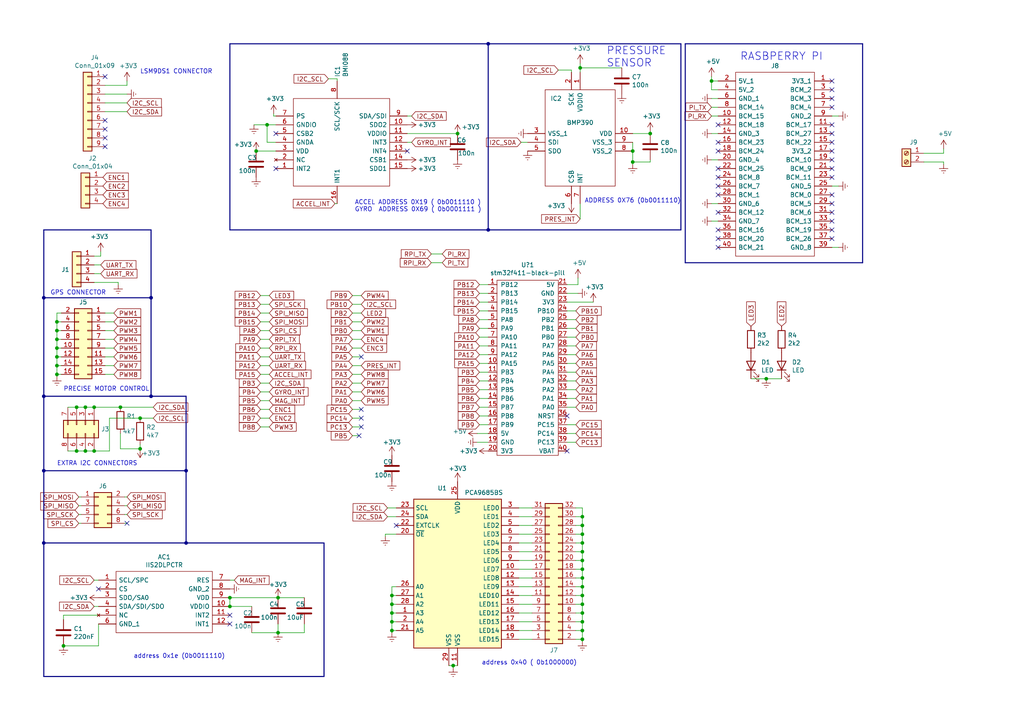
<source format=kicad_sch>
(kicad_sch (version 20211123) (generator eeschema)
  (paper "A4")
  (junction (at 131.445 193.04))
  (junction (at 168.91 165.1))
  (junction (at 16.51 108.585))
  (junction (at 27.305 118.11))
  (junction (at 168.91 180.34))
  (junction (at 168.91 162.56))
  (junction (at 113.665 182.88))
  (junction (at 18.415 187.325))
  (junction (at 16.51 100.965))
  (junction (at 24.765 130.81))
  (junction (at 80.645 183.515))
  (junction (at 74.295 43.815))
  (junction (at 66.675 173.355))
  (junction (at 16.51 93.345))
  (junction (at 168.91 154.94))
  (junction (at 222.25 109.855))
  (junction (at 113.665 180.34))
  (junction (at 53.975 136.525))
  (junction (at 12.7 114.935))
  (junction (at 16.51 98.425))
  (junction (at 27.305 130.81))
  (junction (at 40.64 121.285))
  (junction (at 141.605 12.7))
  (junction (at 80.645 173.355))
  (junction (at 77.47 36.195))
  (junction (at 113.665 175.26))
  (junction (at 43.815 114.935))
  (junction (at 22.225 118.11))
  (junction (at 168.91 167.64))
  (junction (at 22.225 130.81))
  (junction (at 168.91 170.18))
  (junction (at 141.605 66.675))
  (junction (at 113.665 172.72))
  (junction (at 16.51 106.045))
  (junction (at 43.815 86.36))
  (junction (at 183.515 43.815))
  (junction (at 53.975 157.48))
  (junction (at 132.715 38.735))
  (junction (at 40.64 130.175))
  (junction (at 12.7 86.36))
  (junction (at 66.675 175.895))
  (junction (at 16.51 103.505))
  (junction (at 168.91 160.02))
  (junction (at 183.515 46.99))
  (junction (at 16.51 95.885))
  (junction (at 113.665 177.8))
  (junction (at 168.91 157.48))
  (junction (at 168.275 19.685))
  (junction (at 12.7 136.525))
  (junction (at 168.91 182.88))
  (junction (at 168.91 175.26))
  (junction (at 168.91 172.72))
  (junction (at 24.765 118.11))
  (junction (at 34.925 118.11))
  (junction (at 168.91 177.8))
  (junction (at 206.375 23.495))
  (junction (at 188.595 38.735))
  (junction (at 12.7 157.48))
  (junction (at 168.91 149.86))
  (junction (at 168.91 152.4))
  (junction (at 168.91 185.42))
  (no_connect (at 104.14 126.365))
  (no_connect (at 164.465 120.65))
  (no_connect (at 241.3 43.815))
  (no_connect (at 208.28 48.895))
  (no_connect (at 241.3 38.735))
  (no_connect (at 208.28 71.755))
  (no_connect (at 208.28 53.975))
  (no_connect (at 208.28 43.815))
  (no_connect (at 164.465 130.81))
  (no_connect (at 241.3 41.275))
  (no_connect (at 208.28 51.435))
  (no_connect (at 241.3 59.055))
  (no_connect (at 208.28 36.195))
  (no_connect (at 30.48 34.925))
  (no_connect (at 66.675 178.435))
  (no_connect (at 80.01 48.895))
  (no_connect (at 28.575 170.815))
  (no_connect (at 208.28 41.275))
  (no_connect (at 80.01 38.735))
  (no_connect (at 241.3 36.195))
  (no_connect (at 241.3 64.135))
  (no_connect (at 241.3 56.515))
  (no_connect (at 104.775 121.285))
  (no_connect (at 208.28 69.215))
  (no_connect (at 104.775 103.505))
  (no_connect (at 241.3 66.675))
  (no_connect (at 208.28 66.675))
  (no_connect (at 66.675 180.975))
  (no_connect (at 118.11 43.815))
  (no_connect (at 241.3 23.495))
  (no_connect (at 241.3 69.215))
  (no_connect (at 241.3 46.355))
  (no_connect (at 104.775 118.745))
  (no_connect (at 241.3 51.435))
  (no_connect (at 36.83 151.765))
  (no_connect (at 30.48 37.465))
  (no_connect (at 30.48 22.225))
  (no_connect (at 104.775 123.825))
  (no_connect (at 208.28 61.595))
  (no_connect (at 241.3 26.035))
  (no_connect (at 114.935 152.4))
  (no_connect (at 30.48 42.545))
  (no_connect (at 241.3 61.595))
  (no_connect (at 208.28 56.515))
  (no_connect (at 30.48 40.005))
  (no_connect (at 241.3 31.115))
  (no_connect (at 241.3 48.895))
  (no_connect (at 241.3 28.575))
  (bus (pts (xy 141.605 12.7) (xy 141.605 66.675)))
  (wire (pts (xy 27.305 76.835) (xy 29.21 76.835)))
  (wire (pts (xy 104.775 113.665) (xy 102.235 113.665)))
  (wire (pts (xy 168.91 167.64) (xy 168.91 165.1)))
  (wire (pts (xy 138.43 125.73) (xy 141.605 125.73)))
  (wire (pts (xy 208.28 38.735) (xy 206.375 38.735)))
  (wire (pts (xy 167.005 102.87) (xy 164.465 102.87)))
  (wire (pts (xy 104.775 88.265) (xy 102.235 88.265)))
  (wire (pts (xy 150.495 170.18) (xy 154.305 170.18)))
  (wire (pts (xy 97.79 22.86) (xy 95.25 22.86)))
  (wire (pts (xy 80.01 33.655) (xy 79.375 33.655)))
  (wire (pts (xy 141.605 82.55) (xy 139.065 82.55)))
  (wire (pts (xy 150.495 149.86) (xy 154.305 149.86)))
  (wire (pts (xy 141.605 120.65) (xy 139.065 120.65)))
  (wire (pts (xy 36.83 29.845) (xy 30.48 29.845)))
  (wire (pts (xy 154.305 152.4) (xy 150.495 152.4)))
  (wire (pts (xy 40.64 130.175) (xy 40.64 128.905)))
  (wire (pts (xy 150.495 172.72) (xy 154.305 172.72)))
  (wire (pts (xy 104.775 85.725) (xy 102.235 85.725)))
  (wire (pts (xy 168.91 152.4) (xy 168.91 154.94)))
  (wire (pts (xy 208.28 46.355) (xy 206.375 46.355)))
  (wire (pts (xy 78.105 95.885) (xy 75.565 95.885)))
  (wire (pts (xy 36.83 151.765) (xy 36.195 151.765)))
  (wire (pts (xy 167.005 128.27) (xy 164.465 128.27)))
  (wire (pts (xy 19.685 130.81) (xy 22.225 130.81)))
  (wire (pts (xy 128.27 73.66) (xy 125.095 73.66)))
  (wire (pts (xy 27.305 79.375) (xy 29.21 79.375)))
  (wire (pts (xy 33.02 93.345) (xy 30.48 93.345)))
  (wire (pts (xy 141.605 115.57) (xy 139.065 115.57)))
  (wire (pts (xy 168.91 172.72) (xy 168.91 175.26)))
  (bus (pts (xy 141.605 12.7) (xy 197.485 12.7)))
  (bus (pts (xy 12.7 114.935) (xy 12.7 86.36)))
  (wire (pts (xy 167.005 90.17) (xy 164.465 90.17)))
  (wire (pts (xy 113.665 175.26) (xy 113.665 177.8)))
  (wire (pts (xy 66.675 175.895) (xy 73.025 175.895)))
  (wire (pts (xy 78.105 108.585) (xy 75.565 108.585)))
  (wire (pts (xy 78.105 93.345) (xy 75.565 93.345)))
  (wire (pts (xy 88.265 173.355) (xy 80.645 173.355)))
  (wire (pts (xy 168.91 154.94) (xy 168.91 157.48)))
  (wire (pts (xy 151.13 41.275) (xy 153.035 41.275)))
  (wire (pts (xy 167.005 157.48) (xy 168.91 157.48)))
  (bus (pts (xy 93.98 196.215) (xy 93.98 157.48)))
  (wire (pts (xy 102.235 126.365) (xy 104.14 126.365)))
  (wire (pts (xy 167.005 115.57) (xy 164.465 115.57)))
  (wire (pts (xy 150.495 185.42) (xy 154.305 185.42)))
  (wire (pts (xy 168.91 147.32) (xy 168.91 149.86)))
  (wire (pts (xy 113.665 180.34) (xy 113.665 182.88)))
  (wire (pts (xy 36.83 149.225) (xy 36.195 149.225)))
  (wire (pts (xy 27.305 74.295) (xy 29.21 74.295)))
  (wire (pts (xy 168.91 149.86) (xy 168.91 152.4)))
  (wire (pts (xy 18.415 178.435) (xy 18.415 179.705)))
  (wire (pts (xy 168.91 170.18) (xy 168.91 172.72)))
  (wire (pts (xy 222.25 109.855) (xy 217.805 109.855)))
  (wire (pts (xy 168.91 180.34) (xy 168.91 182.88)))
  (bus (pts (xy 12.7 66.675) (xy 43.815 66.675)))
  (wire (pts (xy 16.51 106.045) (xy 17.78 106.045)))
  (wire (pts (xy 97.79 59.055) (xy 97.155 59.055)))
  (wire (pts (xy 23.495 146.685) (xy 22.86 146.685)))
  (wire (pts (xy 168.91 185.42) (xy 167.005 185.42)))
  (wire (pts (xy 208.28 26.035) (xy 206.375 26.035)))
  (wire (pts (xy 33.02 103.505) (xy 30.48 103.505)))
  (wire (pts (xy 33.02 100.965) (xy 30.48 100.965)))
  (wire (pts (xy 150.495 154.94) (xy 154.305 154.94)))
  (wire (pts (xy 104.775 123.825) (xy 102.235 123.825)))
  (wire (pts (xy 138.43 128.27) (xy 141.605 128.27)))
  (wire (pts (xy 80.645 173.355) (xy 66.675 173.355)))
  (wire (pts (xy 132.715 193.04) (xy 131.445 193.04)))
  (wire (pts (xy 23.495 144.145) (xy 22.86 144.145)))
  (wire (pts (xy 16.51 93.345) (xy 17.78 93.345)))
  (wire (pts (xy 188.595 46.355) (xy 188.595 46.99)))
  (wire (pts (xy 118.11 38.735) (xy 132.715 38.735)))
  (wire (pts (xy 131.445 193.04) (xy 131.445 193.675)))
  (wire (pts (xy 154.305 160.02) (xy 150.495 160.02)))
  (wire (pts (xy 168.275 19.685) (xy 168.275 20.955)))
  (wire (pts (xy 22.225 118.11) (xy 24.765 118.11)))
  (wire (pts (xy 16.51 90.805) (xy 17.78 90.805)))
  (wire (pts (xy 33.02 90.805) (xy 30.48 90.805)))
  (wire (pts (xy 114.935 170.18) (xy 113.665 170.18)))
  (wire (pts (xy 36.83 146.685) (xy 36.195 146.685)))
  (wire (pts (xy 141.605 92.71) (xy 139.065 92.71)))
  (wire (pts (xy 168.91 165.1) (xy 167.005 165.1)))
  (wire (pts (xy 206.375 23.495) (xy 206.375 22.225)))
  (wire (pts (xy 141.605 110.49) (xy 139.065 110.49)))
  (wire (pts (xy 111.76 154.94) (xy 111.76 155.575)))
  (wire (pts (xy 78.105 88.265) (xy 75.565 88.265)))
  (wire (pts (xy 79.375 33.655) (xy 79.375 33.02)))
  (wire (pts (xy 102.235 111.125) (xy 104.775 111.125)))
  (wire (pts (xy 102.235 121.285) (xy 104.775 121.285)))
  (wire (pts (xy 88.265 183.515) (xy 80.645 183.515)))
  (wire (pts (xy 33.02 98.425) (xy 30.48 98.425)))
  (wire (pts (xy 188.595 38.735) (xy 188.595 38.1)))
  (bus (pts (xy 12.7 157.48) (xy 12.7 196.215)))
  (wire (pts (xy 188.595 38.735) (xy 183.515 38.735)))
  (wire (pts (xy 154.305 177.8) (xy 150.495 177.8)))
  (wire (pts (xy 16.51 93.345) (xy 16.51 90.805)))
  (wire (pts (xy 114.935 154.94) (xy 111.76 154.94)))
  (wire (pts (xy 150.495 157.48) (xy 154.305 157.48)))
  (wire (pts (xy 78.105 85.725) (xy 75.565 85.725)))
  (wire (pts (xy 29.21 74.295) (xy 29.21 73.025)))
  (wire (pts (xy 141.605 118.11) (xy 139.065 118.11)))
  (wire (pts (xy 167.005 123.19) (xy 164.465 123.19)))
  (wire (pts (xy 44.45 121.285) (xy 40.64 121.285)))
  (wire (pts (xy 168.275 19.685) (xy 180.34 19.685)))
  (wire (pts (xy 114.935 177.8) (xy 113.665 177.8)))
  (wire (pts (xy 241.3 71.755) (xy 243.205 71.755)))
  (wire (pts (xy 104.775 118.745) (xy 102.235 118.745)))
  (wire (pts (xy 167.005 170.18) (xy 168.91 170.18)))
  (wire (pts (xy 36.83 27.305) (xy 30.48 27.305)))
  (wire (pts (xy 80.645 180.975) (xy 80.645 183.515)))
  (wire (pts (xy 27.305 81.915) (xy 34.29 81.915)))
  (wire (pts (xy 28.575 178.435) (xy 18.415 178.435)))
  (wire (pts (xy 208.28 23.495) (xy 206.375 23.495)))
  (wire (pts (xy 128.27 76.2) (xy 125.095 76.2)))
  (wire (pts (xy 23.495 149.225) (xy 22.86 149.225)))
  (wire (pts (xy 188.595 46.99) (xy 183.515 46.99)))
  (wire (pts (xy 16.51 109.22) (xy 16.51 108.585)))
  (wire (pts (xy 78.105 103.505) (xy 75.565 103.505)))
  (wire (pts (xy 167.005 95.25) (xy 164.465 95.25)))
  (wire (pts (xy 150.495 180.34) (xy 154.305 180.34)))
  (wire (pts (xy 208.28 64.135) (xy 206.375 64.135)))
  (wire (pts (xy 67.945 168.275) (xy 66.675 168.275)))
  (bus (pts (xy 53.975 114.935) (xy 43.815 114.935)))
  (wire (pts (xy 33.02 106.045) (xy 30.48 106.045)))
  (wire (pts (xy 208.28 33.655) (xy 206.375 33.655)))
  (bus (pts (xy 12.7 86.36) (xy 43.815 86.36)))
  (wire (pts (xy 167.64 82.55) (xy 164.465 82.55)))
  (wire (pts (xy 141.605 105.41) (xy 139.065 105.41)))
  (bus (pts (xy 12.7 157.48) (xy 53.975 157.48)))
  (wire (pts (xy 167.005 172.72) (xy 168.91 172.72)))
  (wire (pts (xy 167.005 110.49) (xy 164.465 110.49)))
  (wire (pts (xy 167.005 100.33) (xy 164.465 100.33)))
  (wire (pts (xy 77.47 41.275) (xy 77.47 36.195)))
  (wire (pts (xy 104.775 98.425) (xy 102.235 98.425)))
  (wire (pts (xy 119.38 33.655) (xy 118.11 33.655)))
  (wire (pts (xy 141.605 123.19) (xy 139.065 123.19)))
  (wire (pts (xy 104.775 93.345) (xy 102.235 93.345)))
  (wire (pts (xy 16.51 108.585) (xy 16.51 106.045)))
  (wire (pts (xy 27.305 130.81) (xy 31.75 130.81)))
  (wire (pts (xy 36.83 144.145) (xy 36.195 144.145)))
  (wire (pts (xy 141.605 87.63) (xy 139.065 87.63)))
  (wire (pts (xy 75.565 111.125) (xy 78.105 111.125)))
  (wire (pts (xy 167.005 105.41) (xy 164.465 105.41)))
  (wire (pts (xy 167.005 182.88) (xy 168.91 182.88)))
  (wire (pts (xy 167.005 107.95) (xy 164.465 107.95)))
  (wire (pts (xy 34.925 125.73) (xy 34.925 130.175)))
  (wire (pts (xy 36.83 24.765) (xy 36.83 23.495)))
  (wire (pts (xy 77.47 36.195) (xy 80.01 36.195)))
  (wire (pts (xy 75.565 90.805) (xy 78.105 90.805)))
  (wire (pts (xy 168.275 59.055) (xy 168.275 63.5)))
  (wire (pts (xy 34.925 130.175) (xy 40.64 130.175)))
  (wire (pts (xy 34.925 118.11) (xy 44.45 118.11)))
  (wire (pts (xy 183.515 46.99) (xy 183.515 47.625)))
  (wire (pts (xy 104.775 108.585) (xy 102.235 108.585)))
  (bus (pts (xy 66.675 12.7) (xy 66.675 66.675)))
  (wire (pts (xy 167.005 175.26) (xy 168.91 175.26)))
  (wire (pts (xy 78.105 116.205) (xy 75.565 116.205)))
  (wire (pts (xy 167.005 177.8) (xy 168.91 177.8)))
  (wire (pts (xy 141.605 100.33) (xy 139.065 100.33)))
  (wire (pts (xy 16.51 95.885) (xy 16.51 93.345)))
  (wire (pts (xy 78.105 123.825) (xy 75.565 123.825)))
  (bus (pts (xy 53.975 157.48) (xy 53.975 136.525)))
  (wire (pts (xy 150.495 165.1) (xy 154.305 165.1)))
  (wire (pts (xy 16.51 98.425) (xy 16.51 95.885)))
  (wire (pts (xy 75.565 121.285) (xy 78.105 121.285)))
  (wire (pts (xy 34.29 81.915) (xy 34.29 82.55)))
  (wire (pts (xy 164.465 87.63) (xy 172.085 87.63)))
  (wire (pts (xy 154.305 182.88) (xy 150.495 182.88)))
  (wire (pts (xy 165.735 20.955) (xy 165.735 20.32)))
  (wire (pts (xy 28.575 180.975) (xy 28.575 187.325)))
  (bus (pts (xy 141.605 12.7) (xy 66.675 12.7)))
  (wire (pts (xy 33.02 108.585) (xy 30.48 108.585)))
  (wire (pts (xy 114.935 147.32) (xy 112.395 147.32)))
  (wire (pts (xy 27.305 118.11) (xy 34.925 118.11)))
  (wire (pts (xy 77.47 36.195) (xy 73.66 36.195)))
  (bus (pts (xy 43.815 86.36) (xy 43.815 114.935)))
  (wire (pts (xy 273.685 47.625) (xy 273.685 46.99)))
  (wire (pts (xy 168.275 18.415) (xy 168.275 19.685)))
  (wire (pts (xy 167.64 85.09) (xy 164.465 85.09)))
  (bus (pts (xy 43.815 86.36) (xy 43.815 66.675)))
  (wire (pts (xy 97.79 23.495) (xy 97.79 22.86)))
  (wire (pts (xy 104.775 103.505) (xy 102.235 103.505)))
  (wire (pts (xy 113.665 172.72) (xy 113.665 175.26)))
  (wire (pts (xy 131.445 193.04) (xy 130.175 193.04)))
  (wire (pts (xy 102.235 100.965) (xy 104.775 100.965)))
  (wire (pts (xy 104.775 106.045) (xy 102.235 106.045)))
  (wire (pts (xy 167.005 160.02) (xy 168.91 160.02)))
  (bus (pts (xy 66.675 66.675) (xy 141.605 66.675)))
  (wire (pts (xy 114.935 172.72) (xy 113.665 172.72)))
  (wire (pts (xy 226.695 109.855) (xy 222.25 109.855)))
  (wire (pts (xy 167.005 118.11) (xy 164.465 118.11)))
  (wire (pts (xy 168.91 177.8) (xy 168.91 180.34)))
  (bus (pts (xy 53.975 114.935) (xy 53.975 136.525)))
  (wire (pts (xy 141.605 85.09) (xy 139.065 85.09)))
  (wire (pts (xy 40.64 121.285) (xy 31.75 121.285)))
  (bus (pts (xy 198.755 12.7) (xy 198.755 76.2)))
  (wire (pts (xy 141.605 102.87) (xy 139.065 102.87)))
  (wire (pts (xy 104.775 116.205) (xy 102.235 116.205)))
  (wire (pts (xy 154.305 147.32) (xy 150.495 147.32)))
  (wire (pts (xy 273.685 46.99) (xy 267.97 46.99)))
  (wire (pts (xy 167.005 149.86) (xy 168.91 149.86)))
  (wire (pts (xy 16.51 98.425) (xy 17.78 98.425)))
  (wire (pts (xy 33.02 95.885) (xy 30.48 95.885)))
  (wire (pts (xy 31.75 121.285) (xy 31.75 130.81)))
  (wire (pts (xy 16.51 103.505) (xy 16.51 100.965)))
  (wire (pts (xy 168.91 186.055) (xy 168.91 185.42)))
  (wire (pts (xy 241.3 33.655) (xy 243.205 33.655)))
  (wire (pts (xy 183.515 43.815) (xy 183.515 46.99)))
  (wire (pts (xy 28.575 187.325) (xy 18.415 187.325)))
  (wire (pts (xy 167.005 180.34) (xy 168.91 180.34)))
  (wire (pts (xy 22.225 118.11) (xy 19.685 118.11)))
  (wire (pts (xy 78.105 106.045) (xy 75.565 106.045)))
  (wire (pts (xy 80.01 41.275) (xy 77.47 41.275)))
  (wire (pts (xy 28.575 175.895) (xy 27.305 175.895)))
  (wire (pts (xy 165.735 20.32) (xy 161.925 20.32)))
  (wire (pts (xy 36.83 32.385) (xy 30.48 32.385)))
  (wire (pts (xy 27.305 118.11) (xy 24.765 118.11)))
  (wire (pts (xy 168.91 162.56) (xy 167.005 162.56)))
  (wire (pts (xy 102.235 90.805) (xy 104.775 90.805)))
  (wire (pts (xy 167.005 154.94) (xy 168.91 154.94)))
  (wire (pts (xy 104.775 95.885) (xy 102.235 95.885)))
  (wire (pts (xy 141.605 95.25) (xy 139.065 95.25)))
  (bus (pts (xy 93.98 157.48) (xy 53.975 157.48)))
  (wire (pts (xy 113.665 170.18) (xy 113.665 172.72)))
  (wire (pts (xy 17.78 103.505) (xy 16.51 103.505)))
  (wire (pts (xy 113.665 177.8) (xy 113.665 180.34)))
  (wire (pts (xy 168.91 167.64) (xy 168.91 170.18)))
  (wire (pts (xy 167.64 80.645) (xy 167.64 82.55)))
  (wire (pts (xy 66.675 175.895) (xy 66.675 173.355)))
  (wire (pts (xy 141.605 90.17) (xy 139.065 90.17)))
  (wire (pts (xy 78.105 113.665) (xy 75.565 113.665)))
  (bus (pts (xy 12.7 136.525) (xy 53.975 136.525)))
  (wire (pts (xy 167.005 92.71) (xy 164.465 92.71)))
  (wire (pts (xy 208.28 31.115) (xy 206.375 31.115)))
  (wire (pts (xy 75.565 100.965) (xy 78.105 100.965)))
  (wire (pts (xy 241.3 53.975) (xy 243.205 53.975)))
  (wire (pts (xy 273.685 44.45) (xy 267.97 44.45)))
  (wire (pts (xy 16.51 100.965) (xy 17.78 100.965)))
  (wire (pts (xy 23.495 151.765) (xy 22.86 151.765)))
  (wire (pts (xy 167.005 147.32) (xy 168.91 147.32)))
  (wire (pts (xy 183.515 41.275) (xy 183.515 43.815)))
  (bus (pts (xy 12.7 136.525) (xy 12.7 157.48)))
  (wire (pts (xy 168.91 165.1) (xy 168.91 162.56)))
  (bus (pts (xy 141.605 66.675) (xy 197.485 66.675)))
  (wire (pts (xy 80.01 43.815) (xy 74.295 43.815)))
  (wire (pts (xy 154.305 167.64) (xy 150.495 167.64)))
  (wire (pts (xy 119.38 41.275) (xy 118.11 41.275)))
  (wire (pts (xy 113.665 182.88) (xy 114.935 182.88)))
  (wire (pts (xy 167.005 125.73) (xy 164.465 125.73)))
  (wire (pts (xy 167.005 113.03) (xy 164.465 113.03)))
  (wire (pts (xy 167.005 97.79) (xy 164.465 97.79)))
  (wire (pts (xy 167.005 152.4) (xy 168.91 152.4)))
  (wire (pts (xy 168.91 175.26) (xy 168.91 177.8)))
  (bus (pts (xy 12.7 114.935) (xy 12.7 136.525)))
  (bus (pts (xy 198.755 76.2) (xy 250.19 76.2)))
  (wire (pts (xy 168.91 157.48) (xy 168.91 160.02)))
  (wire (pts (xy 141.605 113.03) (xy 139.065 113.03)))
  (wire (pts (xy 16.51 106.045) (xy 16.51 103.505)))
  (wire (pts (xy 88.265 180.975) (xy 88.265 183.515)))
  (wire (pts (xy 154.305 175.26) (xy 150.495 175.26)))
  (bus (pts (xy 197.485 12.7) (xy 197.485 66.675)))
  (wire (pts (xy 78.105 118.745) (xy 75.565 118.745)))
  (bus (pts (xy 198.755 12.7) (xy 250.19 12.7)))
  (wire (pts (xy 167.005 167.64) (xy 168.91 167.64)))
  (wire (pts (xy 16.51 100.965) (xy 16.51 98.425)))
  (wire (pts (xy 114.935 149.86) (xy 112.395 149.86)))
  (wire (pts (xy 141.605 107.95) (xy 139.065 107.95)))
  (wire (pts (xy 28.575 168.275) (xy 27.305 168.275)))
  (wire (pts (xy 78.105 98.425) (xy 75.565 98.425)))
  (wire (pts (xy 22.225 130.81) (xy 24.765 130.81)))
  (wire (pts (xy 16.51 95.885) (xy 17.78 95.885)))
  (bus (pts (xy 12.7 66.675) (xy 12.7 86.36)))
  (bus (pts (xy 43.815 114.935) (xy 12.7 114.935)))
  (wire (pts (xy 273.685 43.18) (xy 273.685 44.45)))
  (wire (pts (xy 168.91 160.02) (xy 168.91 162.56)))
  (wire (pts (xy 16.51 108.585) (xy 17.78 108.585)))
  (wire (pts (xy 24.765 130.81) (xy 27.305 130.81)))
  (wire (pts (xy 208.28 59.055) (xy 206.375 59.055)))
  (wire (pts (xy 114.935 175.26) (xy 113.665 175.26)))
  (bus (pts (xy 250.19 76.2) (xy 250.19 12.7)))
  (wire (pts (xy 80.645 183.515) (xy 73.025 183.515)))
  (bus (pts (xy 12.7 196.215) (xy 93.98 196.215)))
  (wire (pts (xy 208.28 28.575) (xy 206.375 28.575)))
  (wire (pts (xy 114.935 180.34) (xy 113.665 180.34)))
  (wire (pts (xy 168.91 182.88) (xy 168.91 185.42)))
  (wire (pts (xy 30.48 24.765) (xy 36.83 24.765)))
  (wire (pts (xy 113.665 182.88) (xy 113.665 183.515)))
  (wire (pts (xy 154.305 162.56) (xy 150.495 162.56)))
  (wire (pts (xy 206.375 26.035) (xy 206.375 23.495)))
  (wire (pts (xy 141.605 97.79) (xy 139.065 97.79)))
  (text "PRESSURE \nSENSOR" (at 175.895 19.685 0) (effects (font (size 2.2098 2.2098)) (justify left bottom)))
  (text "PRECISE MOTOR CONTROL" (at 18.415 113.665 0) (effects (font (size 1.27 1.27)) (justify left bottom)))
  (text "EXTRA I2C CONNECTORS" (at 16.51 135.255 0) (effects (font (size 1.27 1.27)) (justify left bottom)))
  (text "LSM9DS1 CONNECTOR" (at 40.64 21.59 0) (effects (font (size 1.27 1.27)) (justify left bottom)))
  (text "address 0x40 ( 0b1000000)" (at 139.7 193.04 0) (effects (font (size 1.27 1.27)) (justify left bottom)))
  (text "ADDRESS 0X76 (0b0011110)" (at 169.545 59.055 0) (effects (font (size 1.27 1.27)) (justify left bottom)))
  (text "RASBPERRY PI" (at 214.63 17.78 0) (effects (font (size 2.2098 2.2098)) (justify left bottom)))
  (text "address 0x1e (0b0011110)" (at 38.735 191.135 0) (effects (font (size 1.27 1.27)) (justify left bottom)))
  (text "ACCEL ADDRESS 0X19 ( 0b0011110 )\nGYRO  ADDRESS 0X69 ( 0b0001111 )" (at 102.87 61.595 0) (effects (font (size 1.27 1.27)) (justify left bottom)))
  (text "GPS CONNECTOR" (at 14.605 85.725 0) (effects (font (size 1.27 1.27)) (justify left bottom)))
  (global_label "ACCEL_INT" (shape input) (at 97.155 59.055 180) (property "Intersheet References" "${INTERSHEET_REFS}" (effects hide)))
  (global_label "PA9" (shape input) (at 139.065 95.25 180) (property "Intersheet References" "${INTERSHEET_REFS}" (effects hide)))
  (global_label "PWM8" (shape input) (at 33.02 108.585 0) (property "Intersheet References" "${INTERSHEET_REFS}" (effects hide)))
  (global_label "PA15" (shape input) (at 75.565 108.585 180) (property "Intersheet References" "${INTERSHEET_REFS}" (effects hide)))
  (global_label "RPI_RX" (shape input) (at 78.105 100.965 0) (property "Intersheet References" "${INTERSHEET_REFS}" (effects hide)))
  (global_label "PA5" (shape input) (at 102.235 103.505 180) (property "Intersheet References" "${INTERSHEET_REFS}" (effects hide)))
  (global_label "PRES_INT" (shape input) (at 104.775 106.045 0) (property "Intersheet References" "${INTERSHEET_REFS}" (effects hide)))
  (global_label "I2C_SCL" (shape input) (at 161.925 20.32 180) (property "Intersheet References" "${INTERSHEET_REFS}" (effects hide)))
  (global_label "UART_TX" (shape input) (at 78.105 103.505 0) (property "Intersheet References" "${INTERSHEET_REFS}" (effects hide)))
  (global_label "PWM3" (shape input) (at 78.105 123.825 0) (property "Intersheet References" "${INTERSHEET_REFS}" (effects hide)))
  (global_label "PB8" (shape input) (at 139.065 120.65 180) (property "Intersheet References" "${INTERSHEET_REFS}" (effects hide)))
  (global_label "PA2" (shape input) (at 102.235 111.125 180) (property "Intersheet References" "${INTERSHEET_REFS}" (effects hide)))
  (global_label "PA15" (shape input) (at 139.065 105.41 180) (property "Intersheet References" "${INTERSHEET_REFS}" (effects hide)))
  (global_label "PB15" (shape input) (at 139.065 90.17 180) (property "Intersheet References" "${INTERSHEET_REFS}" (effects hide)))
  (global_label "MAG_INT" (shape input) (at 78.105 116.205 0) (property "Intersheet References" "${INTERSHEET_REFS}" (effects hide)))
  (global_label "SPI_MISO" (shape input) (at 22.86 146.685 180) (property "Intersheet References" "${INTERSHEET_REFS}" (effects hide)))
  (global_label "PB12" (shape input) (at 75.565 85.725 180) (property "Intersheet References" "${INTERSHEET_REFS}" (effects hide)))
  (global_label "I2C_SCL" (shape input) (at 44.45 121.285 0) (property "Intersheet References" "${INTERSHEET_REFS}" (effects hide)))
  (global_label "PWM7" (shape input) (at 33.02 106.045 0) (property "Intersheet References" "${INTERSHEET_REFS}" (effects hide)))
  (global_label "ACCEL_INT" (shape input) (at 78.105 108.585 0) (property "Intersheet References" "${INTERSHEET_REFS}" (effects hide)))
  (global_label "PC15" (shape input) (at 102.235 118.745 180) (property "Intersheet References" "${INTERSHEET_REFS}" (effects hide)))
  (global_label "PB9" (shape input) (at 102.235 85.725 180) (property "Intersheet References" "${INTERSHEET_REFS}" (effects hide)))
  (global_label "PA4" (shape input) (at 102.235 106.045 180) (property "Intersheet References" "${INTERSHEET_REFS}" (effects hide)))
  (global_label "PB13" (shape input) (at 75.565 88.265 180) (property "Intersheet References" "${INTERSHEET_REFS}" (effects hide)))
  (global_label "PA11" (shape input) (at 75.565 103.505 180) (property "Intersheet References" "${INTERSHEET_REFS}" (effects hide)))
  (global_label "LED2" (shape input) (at 104.775 90.805 0) (property "Intersheet References" "${INTERSHEET_REFS}" (effects hide)))
  (global_label "PB7" (shape input) (at 75.565 121.285 180) (property "Intersheet References" "${INTERSHEET_REFS}" (effects hide)))
  (global_label "MAG_INT" (shape input) (at 67.945 168.275 0) (property "Intersheet References" "${INTERSHEET_REFS}" (effects hide)))
  (global_label "GYRO_INT" (shape input) (at 78.105 113.665 0) (property "Intersheet References" "${INTERSHEET_REFS}" (effects hide)))
  (global_label "SPI_MOSI" (shape input) (at 36.83 144.145 0) (property "Intersheet References" "${INTERSHEET_REFS}" (effects hide)))
  (global_label "PWM2" (shape input) (at 33.02 93.345 0) (property "Intersheet References" "${INTERSHEET_REFS}" (effects hide)))
  (global_label "RPI_TX" (shape input) (at 125.095 73.66 180) (property "Intersheet References" "${INTERSHEET_REFS}" (effects hide)))
  (global_label "PB5" (shape input) (at 102.235 126.365 180) (property "Intersheet References" "${INTERSHEET_REFS}" (effects hide)))
  (global_label "PA8" (shape input) (at 139.065 92.71 180) (property "Intersheet References" "${INTERSHEET_REFS}" (effects hide)))
  (global_label "LED2" (shape input) (at 226.695 94.615 90) (property "Intersheet References" "${INTERSHEET_REFS}" (effects hide)))
  (global_label "PC15" (shape input) (at 167.005 123.19 0) (property "Intersheet References" "${INTERSHEET_REFS}" (effects hide)))
  (global_label "I2C_SDA" (shape input) (at 151.13 41.275 180) (property "Intersheet References" "${INTERSHEET_REFS}" (effects hide)))
  (global_label "PA2" (shape input) (at 167.005 113.03 0) (property "Intersheet References" "${INTERSHEET_REFS}" (effects hide)))
  (global_label "PB14" (shape input) (at 75.565 90.805 180) (property "Intersheet References" "${INTERSHEET_REFS}" (effects hide)))
  (global_label "PA4" (shape input) (at 167.005 107.95 0) (property "Intersheet References" "${INTERSHEET_REFS}" (effects hide)))
  (global_label "I2C_SDA" (shape input) (at 27.305 175.895 180) (property "Intersheet References" "${INTERSHEET_REFS}" (effects hide)))
  (global_label "PB13" (shape input) (at 139.065 85.09 180) (property "Intersheet References" "${INTERSHEET_REFS}" (effects hide)))
  (global_label "PB4" (shape input) (at 75.565 113.665 180) (property "Intersheet References" "${INTERSHEET_REFS}" (effects hide)))
  (global_label "PB3" (shape input) (at 139.065 107.95 180) (property "Intersheet References" "${INTERSHEET_REFS}" (effects hide)))
  (global_label "PB2" (shape input) (at 167.005 92.71 0) (property "Intersheet References" "${INTERSHEET_REFS}" (effects hide)))
  (global_label "PI_RX" (shape input) (at 128.27 73.66 0) (property "Intersheet References" "${INTERSHEET_REFS}" (effects hide)))
  (global_label "PA0" (shape input) (at 102.235 116.205 180) (property "Intersheet References" "${INTERSHEET_REFS}" (effects hide)))
  (global_label "ENC4" (shape input) (at 104.775 98.425 0) (property "Intersheet References" "${INTERSHEET_REFS}" (effects hide)))
  (global_label "PI_RX" (shape input) (at 206.375 33.655 180) (property "Intersheet References" "${INTERSHEET_REFS}" (effects hide)))
  (global_label "SPI_SCK" (shape input) (at 78.105 88.265 0) (property "Intersheet References" "${INTERSHEET_REFS}" (effects hide)))
  (global_label "PB12" (shape input) (at 139.065 82.55 180) (property "Intersheet References" "${INTERSHEET_REFS}" (effects hide)))
  (global_label "PB1" (shape input) (at 167.005 95.25 0) (property "Intersheet References" "${INTERSHEET_REFS}" (effects hide)))
  (global_label "ENC4" (shape input) (at 29.845 59.055 0) (property "Intersheet References" "${INTERSHEET_REFS}" (effects hide)))
  (global_label "PA11" (shape input) (at 139.065 100.33 180) (property "Intersheet References" "${INTERSHEET_REFS}" (effects hide)))
  (global_label "PA9" (shape input) (at 75.565 98.425 180) (property "Intersheet References" "${INTERSHEET_REFS}" (effects hide)))
  (global_label "PA8" (shape input) (at 75.565 95.885 180) (property "Intersheet References" "${INTERSHEET_REFS}" (effects hide)))
  (global_label "I2C_SCL" (shape input) (at 104.775 88.265 0) (property "Intersheet References" "${INTERSHEET_REFS}" (effects hide)))
  (global_label "PRES_INT" (shape input) (at 168.275 63.5 180) (property "Intersheet References" "${INTERSHEET_REFS}" (effects hide)))
  (global_label "I2C_SCL" (shape input) (at 36.83 29.845 0) (property "Intersheet References" "${INTERSHEET_REFS}" (effects hide)))
  (global_label "SPI_SCK" (shape input) (at 36.83 149.225 0) (property "Intersheet References" "${INTERSHEET_REFS}" (effects hide)))
  (global_label "PWM5" (shape input) (at 104.775 116.205 0) (property "Intersheet References" "${INTERSHEET_REFS}" (effects hide)))
  (global_label "PB2" (shape input) (at 102.235 90.805 180) (property "Intersheet References" "${INTERSHEET_REFS}" (effects hide)))
  (global_label "PA1" (shape input) (at 102.235 113.665 180) (property "Intersheet References" "${INTERSHEET_REFS}" (effects hide)))
  (global_label "ENC2" (shape input) (at 29.845 53.975 0) (property "Intersheet References" "${INTERSHEET_REFS}" (effects hide)))
  (global_label "PA10" (shape input) (at 75.565 100.965 180) (property "Intersheet References" "${INTERSHEET_REFS}" (effects hide)))
  (global_label "PA10" (shape input) (at 139.065 97.79 180) (property "Intersheet References" "${INTERSHEET_REFS}" (effects hide)))
  (global_label "I2C_SDA" (shape input) (at 78.105 111.125 0) (property "Intersheet References" "${INTERSHEET_REFS}" (effects hide)))
  (global_label "PC14" (shape input) (at 167.005 125.73 0) (property "Intersheet References" "${INTERSHEET_REFS}" (effects hide)))
  (global_label "PA1" (shape input) (at 167.005 115.57 0) (property "Intersheet References" "${INTERSHEET_REFS}" (effects hide)))
  (global_label "I2C_SCL" (shape input) (at 27.305 168.275 180) (property "Intersheet References" "${INTERSHEET_REFS}" (effects hide)))
  (global_label "PB10" (shape input) (at 102.235 88.265 180) (property "Intersheet References" "${INTERSHEET_REFS}" (effects hide)))
  (global_label "PC13" (shape input) (at 102.235 123.825 180) (property "Intersheet References" "${INTERSHEET_REFS}" (effects hide)))
  (global_label "RPI_TX" (shape input) (at 78.105 98.425 0) (property "Intersheet References" "${INTERSHEET_REFS}" (effects hide)))
  (global_label "PWM8" (shape input) (at 104.775 108.585 0) (property "Intersheet References" "${INTERSHEET_REFS}" (effects hide)))
  (global_label "PA12" (shape input) (at 75.565 106.045 180) (property "Intersheet References" "${INTERSHEET_REFS}" (effects hide)))
  (global_label "PB8" (shape input) (at 75.565 123.825 180) (property "Intersheet References" "${INTERSHEET_REFS}" (effects hide)))
  (global_label "SPI_CS" (shape input) (at 78.105 95.885 0) (property "Intersheet References" "${INTERSHEET_REFS}" (effects hide)))
  (global_label "PI_TX" (shape input) (at 206.375 31.115 180) (property "Intersheet References" "${INTERSHEET_REFS}" (effects hide)))
  (global_label "PWM1" (shape input) (at 104.775 95.885 0) (property "Intersheet References" "${INTERSHEET_REFS}" (effects hide)))
  (global_label "PA6" (shape input) (at 102.235 100.965 180) (property "Intersheet References" "${INTERSHEET_REFS}" (effects hide)))
  (global_label "PA6" (shape input) (at 167.005 102.87 0) (property "Intersheet References" "${INTERSHEET_REFS}" (effects hide)))
  (global_label "PC14" (shape input) (at 102.235 121.285 180) (property "Intersheet References" "${INTERSHEET_REFS}" (effects hide)))
  (global_label "PB6" (shape input) (at 75.565 118.745 180) (property "Intersheet References" "${INTERSHEET_REFS}" (effects hide)))
  (global_label "PB7" (shape input) (at 139.065 118.11 180) (property "Intersheet References" "${INTERSHEET_REFS}" (effects hide)))
  (global_label "PB0" (shape input) (at 102.235 95.885 180) (property "Intersheet References" "${INTERSHEET_REFS}" (effects hide)))
  (global_label "SPI_MOSI" (shape input) (at 78.105 93.345 0) (property "Intersheet References" "${INTERSHEET_REFS}" (effects hide)))
  (global_label "PB5" (shape input) (at 75.565 116.205 180) (property "Intersheet References" "${INTERSHEET_REFS}" (effects hide)))
  (global_label "UART_RX" (shape input) (at 29.21 79.375 0) (property "Intersheet References" "${INTERSHEET_REFS}" (effects hide)))
  (global_label "PI_TX" (shape input) (at 128.27 76.2 0) (property "Intersheet References" "${INTERSHEET_REFS}" (effects hide)))
  (global_label "I2C_SCL" (shape input) (at 112.395 147.32 180) (property "Intersheet References" "${INTERSHEET_REFS}" (effects hide)))
  (global_label "PB3" (shape input) (at 75.565 111.125 180) (property "Intersheet References" "${INTERSHEET_REFS}" (effects hide)))
  (global_label "PWM1" (shape input) (at 33.02 90.805 0) (property "Intersheet References" "${INTERSHEET_REFS}" (effects hide)))
  (global_label "I2C_SDA" (shape input) (at 112.395 149.86 180) (property "Intersheet References" "${INTERSHEET_REFS}" (effects hide)))
  (global_label "PB1" (shape input) (at 102.235 93.345 180) (property "Intersheet References" "${INTERSHEET_REFS}" (effects hide)))
  (global_label "PWM2" (shape input) (at 104.775 93.345 0) (property "Intersheet References" "${INTERSHEET_REFS}" (effects hide)))
  (global_label "PWM6" (shape input) (at 33.02 103.505 0) (property "Intersheet References" "${INTERSHEET_REFS}" (effects hide)))
  (global_label "PB4" (shape input) (at 139.065 110.49 180) (property "Intersheet References" "${INTERSHEET_REFS}" (effects hide)))
  (global_label "PA5" (shape input) (at 167.005 105.41 0) (property "Intersheet References" "${INTERSHEET_REFS}" (effects hide)))
  (global_label "I2C_SDA" (shape input) (at 119.38 33.655 0) (property "Intersheet References" "${INTERSHEET_REFS}" (effects hide)))
  (global_label "PB9" (shape input) (at 139.065 123.19 180) (property "Intersheet References" "${INTERSHEET_REFS}" (effects hide)))
  (global_label "UART_TX" (shape input) (at 29.21 76.835 0) (property "Intersheet References" "${INTERSHEET_REFS}" (effects hide)))
  (global_label "PC13" (shape input) (at 167.005 128.27 0) (property "Intersheet References" "${INTERSHEET_REFS}" (effects hide)))
  (global_label "PB0" (shape input) (at 167.005 97.79 0) (property "Intersheet References" "${INTERSHEET_REFS}" (effects hide)))
  (global_label "SPI_MISO" (shape input) (at 78.105 90.805 0) (property "Intersheet References" "${INTERSHEET_REFS}" (effects hide)))
  (global_label "PB5" (shape input) (at 139.065 113.03 180) (property "Intersheet References" "${INTERSHEET_REFS}" (effects hide)))
  (global_label "ENC2" (shape input) (at 78.105 121.285 0) (property "Intersheet References" "${INTERSHEET_REFS}" (effects hide)))
  (global_label "I2C_SDA" (shape input) (at 44.45 118.11 0) (property "Intersheet References" "${INTERSHEET_REFS}" (effects hide)))
  (global_label "PA12" (shape input) (at 139.065 102.87 180) (property "Intersheet References" "${INTERSHEET_REFS}" (effects hide)))
  (global_label "SPI_SCK" (shape input) (at 22.86 149.225 180) (property "Intersheet References" "${INTERSHEET_REFS}" (effects hide)))
  (global_label "PWM7" (shape input) (at 104.775 111.125 0) (property "Intersheet References" "${INTERSHEET_REFS}" (effects hide)))
  (global_label "PB15" (shape input) (at 75.565 93.345 180) (property "Intersheet References" "${INTERSHEET_REFS}" (effects hide)))
  (global_label "PWM4" (shape input) (at 33.02 98.425 0) (property "Intersheet References" "${INTERSHEET_REFS}" (effects hide)))
  (global_label "ENC3" (shape input) (at 104.775 100.965 0) (property "Intersheet References" "${INTERSHEET_REFS}" (effects hide)))
  (global_label "PA3" (shape input) (at 167.005 110.49 0) (property "Intersheet References" "${INTERSHEET_REFS}" (effects hide)))
  (global_label "PA7" (shape input) (at 167.005 100.33 0) (property "Intersheet References" "${INTERSHEET_REFS}" (effects hide)))
  (global_label "RPI_RX" (shape input) (at 125.095 76.2 180) (property "Intersheet References" "${INTERSHEET_REFS}" (effects hide)))
  (global_label "I2C_SDA" (shape input) (at 36.83 32.385 0) (property "Intersheet References" "${INTERSHEET_REFS}" (effects hide)))
  (global_label "PA0" (shape input) (at 167.005 118.11 0) (property "Intersheet References" "${INTERSHEET_REFS}" (effects hide)))
  (global_label "PB10" (shape input) (at 167.005 90.17 0) (property "Intersheet References" "${INTERSHEET_REFS}" (effects hide)))
  (global_label "PA3" (shape input) (at 102.235 108.585 180) (property "Intersheet References" "${INTERSHEET_REFS}" (effects hide)))
  (global_label "PWM6" (shape input) (at 104.775 113.665 0) (property "Intersheet References" "${INTERSHEET_REFS}" (effects hide)))
  (global_label "PB14" (shape input) (at 139.065 87.63 180) (property "Intersheet References" "${INTERSHEET_REFS}" (effects hide)))
  (global_label "PA7" (shape input) (at 102.235 98.425 180) (property "Intersheet References" "${INTERSHEET_REFS}" (effects hide)))
  (global_label "ENC1" (shape input) (at 29.845 51.435 0) (property "Intersheet References" "${INTERSHEET_REFS}" (effects hide)))
  (global_label "ENC1" (shape input) (at 78.105 118.745 0) (property "Intersheet References" "${INTERSHEET_REFS}" (effects hide)))
  (global_label "I2C_SCL" (shape input) (at 95.25 22.86 180) (property "Intersheet References" "${INTERSHEET_REFS}" (effects hide)))
  (global_label "GYRO_INT" (shape input) (at 119.38 41.275 0) (property "Intersheet References" "${INTERSHEET_REFS}" (effects hide)))
  (global_label "LED3" (shape input) (at 78.105 85.725 0) (property "Intersheet References" "${INTERSHEET_REFS}" (effects hide)))
  (global_label "SPI_CS" (shape input) (at 22.86 151.765 180) (property "Intersheet References" "${INTERSHEET_REFS}" (effects hide)))
  (global_label "SPI_MOSI" (shape input) (at 22.86 144.145 180) (property "Intersheet References" "${INTERSHEET_REFS}" (effects hide)))
  (global_label "SPI_MISO" (shape input) (at 36.83 146.685 0) (property "Intersheet References" "${INTERSHEET_REFS}" (effects hide)))
  (global_label "PWM4" (shape input) (at 104.775 85.725 0) (property "Intersheet References" "${INTERSHEET_REFS}" (effects hide)))
  (global_label "PB6" (shape input) (at 139.065 115.57 180) (property "Intersheet References" "${INTERSHEET_REFS}" (effects hide)))
  (global_label "PWM5" (shape input) (at 33.02 100.965 0) (property "Intersheet References" "${INTERSHEET_REFS}" (effects hide)))
  (global_label "PWM3" (shape input) (at 33.02 95.885 0) (property "Intersheet References" "${INTERSHEET_REFS}" (effects hide)))
  (global_label "ENC3" (shape input) (at 29.845 56.515 0) (property "Intersheet References" "${INTERSHEET_REFS}" (effects hide)))
  (global_label "UART_RX" (shape input) (at 78.105 106.045 0) (property "Intersheet References" "${INTERSHEET_REFS}" (effects hide)))
  (global_label "LED3" (shape input) (at 217.805 94.615 90) (property "Intersheet References" "${INTERSHEET_REFS}" (effects hide)))
  (symbol (lib_id "RASPBERRY_PI_4B_+_Samtec_ESP-1:RASPBERRY_PI_4B_+_Samtec_ESP-120-33-G-D") (at 241.3 71.755 180) (unit 1)
    (property "Reference" "J8" (at 224.79 19.1008 0))
    (property "Value" "RASPBERRY_PI_4B_+_Samtec_ESP-120-33-G-D" (effects hide))
    (property "Footprint" "RASPBERRY_PI_4B_+_Samtec_ESP-1:RASPBERRYPI4B4GB" (effects hide))
    (property "Datasheet" "https://www.raspberrypi.org/documentation/hardware/raspberrypi/mechanical/rpi_MECH_4b_4p0.pdf" (effects hide))
    (property "Description" "RASPBERRY PI 4 MODEL B with Samtec ESP-120-33-G-D connector drawn from underneath for use as a plug in module." (effects hide))
    (property "Height" "24.3" (effects hide))
    (property "Manufacturer_Name" "RASPBERRY-PI" (effects hide))
    (property "Manufacturer_Part_Number" "RASPBERRY PI 4B + Samtec ESP-120-33-G-D" (effects hide))
  )
  (symbol (lib_id "BMI088:BMI088") (at 97.79 59.055 90) (unit 1)
    (property "Reference" "IC1" (at 97.8916 22.3774 0) (effects (justify left)))
    (property "Value" "BMI088" (at 100.203 22.3774 0) (effects (justify left)))
    (property "Footprint" "BMI088:BMI088" (effects hide))
    (property "Datasheet" "https://ae-bst.resource.bosch.com/media/_tech/media/datasheets/BST-BMI088-DS001-13.pdf" (effects hide))
    (property "Description" "Inertial Measurement Unit Digital Output 2.5V/3.3V Automotive" (effects hide))
    (property "Height" "1.45" (effects hide))
    (property "Manufacturer_Name" "Bosch Sensortec" (effects hide))
    (property "Manufacturer_Part_Number" "BMI088" (effects hide))
    (property "Mouser Part Number" "262-BMI088" (effects hide))
    (property "Mouser Price/Stock" "https://www.mouser.co.uk/ProductDetail/Bosch-Sensortec/BMI088?qs=f9yNj16SXrIMFspTV6RB6Q%3D%3D" (effects hide))
    (property "Arrow Part Number" "BMI088" (effects hide))
    (property "Arrow Price/Stock" "https://www.arrow.com/en/products/bmi088/bosch" (effects hide))
  )
  (symbol (lib_id "BMP390:BMP390") (at 153.035 38.735 0) (unit 1)
    (property "Reference" "IC2" (at 161.29 28.575 0))
    (property "Value" "BMP390" (at 168.275 35.56 0))
    (property "Footprint" "BMP390:BMP390" (effects hide))
    (property "Datasheet" "https://www.bosch-sensortec.com/media/boschsensortec/downloads/datasheets/bst-bmp390-ds002.pdf" (effects hide))
    (property "Description" "Board Mount Pressure Sensors" (effects hide))
    (property "Height" "0.8" (effects hide))
    (property "Manufacturer_Name" "Bosch Sensortec" (effects hide))
    (property "Manufacturer_Part_Number" "BMP390" (effects hide))
    (property "Mouser Part Number" "262-BMP390" (effects hide))
    (property "Mouser Price/Stock" "https://www.mouser.co.uk/ProductDetail/Bosch-Sensortec/BMP390?qs=QNEnbhJQKvYQVfvRMgo2YA%3D%3D" (effects hide))
  )
  (symbol (lib_id "IIS2DLPCTR:IIS2DLPCTR") (at 28.575 168.275 0) (unit 1)
    (property "Reference" "AC1" (at 47.625 161.544 0))
    (property "Value" "IIS2DLPCTR" (at 47.625 163.8554 0))
    (property "Footprint" "IIS2DLPCTR:LGA-12" (effects hide))
    (property "Datasheet" "https://www.st.com/resource/en/datasheet/iis2dlpc.pdf" (effects hide))
    (property "Description" "Accelerometers MEMS digital output motion sensor: high-performance ultra-low-power 3-axis accelerometer for industrial applications" (effects hide))
    (property "Manufacturer_Name" "STMicroelectronics" (effects hide))
    (property "Manufacturer_Part_Number" "IIS2DLPCTR" (effects hide))
    (property "Mouser Part Number" "511-IIS2DLPCTR" (effects hide))
    (property "Mouser Price/Stock" "https://www.mouser.co.uk/ProductDetail/STMicroelectronics/IIS2DLPCTR/?qs=%252BEew9%252B0nqrCvhJ3eU7R1xw%3D%3D" (effects hide))
    (property "Arrow Part Number" "IIS2DLPCTR" (effects hide))
    (property "Arrow Price/Stock" "https://www.arrow.com/en/products/iis2dlpctr/stmicroelectronics" (effects hide))
  )
  (symbol (lib_id "stm32f411-black-pill:stm32f411-black-pill") (at 153.035 81.28 0) (unit 1)
    (property "Reference" "U?1" (at 153.035 76.835 0))
    (property "Value" "stm32f411-black-pill" (at 153.035 79.1464 0))
    (property "Footprint" "stm32-black-pill:stm32" (effects hide))
  )
  (symbol (lib_id "Connector_Generic:Conn_02x08_Odd_Even") (at 25.4 98.425 0) (mirror y) (unit 1)
    (property "Reference" "J5" (at 24.13 87.63 0))
    (property "Value" "Conn_02x08_Odd_Even" (effects hide))
    (property "Footprint" "Connector_PinHeader_2.54mm:PinHeader_2x08_P2.54mm_Vertical" (effects hide))
  )
  (symbol (lib_id "Connector_Generic:Conn_01x04") (at 22.225 76.835 0) (mirror y) (unit 1)
    (property "Reference" "J1" (at 20.193 78.2066 0) (effects (justify left)))
    (property "Value" "Conn_01x04" (effects hide))
    (property "Footprint" "Connector_PinHeader_2.54mm:PinHeader_1x04_P2.54mm_Vertical" (effects hide))
  )
  (symbol (lib_id "power:+5V") (at 167.64 80.645 0) (unit 1)
    (property "Reference" "#PWR0132" (effects hide))
    (property "Value" "+5V" (at 168.021 76.2508 0))
  )
  (symbol (lib_id "power:+3.3V") (at 29.21 73.025 0) (mirror y) (unit 1)
    (property "Reference" "#PWR0126" (effects hide))
    (property "Value" "+3.3V" (at 28.829 68.6308 0))
  )
  (symbol (lib_id "power:Earth") (at 34.29 82.55 0) (mirror y) (unit 1)
    (property "Reference" "#PWR0127" (effects hide))
    (property "Value" "Earth" (effects hide))
  )
  (symbol (lib_id "power:Earth") (at 167.64 85.09 90) (mirror x) (unit 1)
    (property "Reference" "#PWR0133" (effects hide))
    (property "Value" "Earth" (effects hide))
  )
  (symbol (lib_id "power:+3.3V") (at 172.085 87.63 0) (unit 1)
    (property "Reference" "#PWR0143" (effects hide))
    (property "Value" "+3.3V" (at 172.466 83.2358 0))
  )
  (symbol (lib_id "power:Earth") (at 138.43 128.27 270) (unit 1)
    (property "Reference" "#PWR0134" (effects hide))
    (property "Value" "Earth" (effects hide))
  )
  (symbol (lib_id "power:+5V") (at 138.43 125.73 90) (mirror x) (unit 1)
    (property "Reference" "#PWR0135" (effects hide))
    (property "Value" "+5V" (at 133.35 125.095 90))
  )
  (symbol (lib_id "power:+3.3V") (at 141.605 130.81 90) (unit 1)
    (property "Reference" "#PWR0136" (effects hide))
    (property "Value" "+3.3V" (at 135.89 130.81 90))
  )
  (symbol (lib_id "power:+5V") (at 206.375 22.225 0) (unit 1)
    (property "Reference" "#PWR0101" (effects hide))
    (property "Value" "+5V" (at 206.756 17.8308 0))
  )
  (symbol (lib_id "power:Earth") (at 206.375 28.575 270) (unit 1)
    (property "Reference" "#PWR0102" (effects hide))
    (property "Value" "Earth" (effects hide))
  )
  (symbol (lib_id "power:Earth") (at 206.375 38.735 270) (unit 1)
    (property "Reference" "#PWR0103" (effects hide))
    (property "Value" "Earth" (effects hide))
  )
  (symbol (lib_id "power:Earth") (at 206.375 46.355 270) (unit 1)
    (property "Reference" "#PWR0104" (effects hide))
    (property "Value" "Earth" (effects hide))
  )
  (symbol (lib_id "power:Earth") (at 206.375 59.055 270) (unit 1)
    (property "Reference" "#PWR0105" (effects hide))
    (property "Value" "Earth" (effects hide))
  )
  (symbol (lib_id "power:Earth") (at 206.375 64.135 270) (unit 1)
    (property "Reference" "#PWR0106" (effects hide))
    (property "Value" "Earth" (effects hide))
  )
  (symbol (lib_id "power:Earth") (at 243.205 71.755 90) (unit 1)
    (property "Reference" "#PWR0107" (effects hide))
    (property "Value" "Earth" (effects hide))
  )
  (symbol (lib_id "power:Earth") (at 243.205 53.975 90) (unit 1)
    (property "Reference" "#PWR0108" (effects hide))
    (property "Value" "Earth" (effects hide))
  )
  (symbol (lib_id "power:Earth") (at 243.205 33.655 90) (unit 1)
    (property "Reference" "#PWR0109" (effects hide))
    (property "Value" "Earth" (effects hide))
  )
  (symbol (lib_id "power:+3.3V") (at 28.575 173.355 90) (mirror x) (unit 1)
    (property "Reference" "#PWR0128" (effects hide))
    (property "Value" "+3.3V" (at 22.86 173.355 90))
  )
  (symbol (lib_id "Device:C") (at 18.415 183.515 0) (unit 1)
    (property "Reference" "C1" (at 21.336 182.3466 0) (effects (justify left)))
    (property "Value" "220nF" (at 21.336 184.658 0) (effects (justify left)))
    (property "Footprint" "Capacitor_SMD:C_0603_1608Metric_Pad1.05x0.95mm_HandSolder" (effects hide))
  )
  (symbol (lib_id "power:Earth") (at 18.415 187.325 0) (unit 1)
    (property "Reference" "#PWR0129" (effects hide))
    (property "Value" "Earth" (effects hide))
  )
  (symbol (lib_id "power:Earth") (at 66.675 170.815 90) (unit 1)
    (property "Reference" "#PWR0130" (effects hide))
    (property "Value" "Earth" (effects hide))
  )
  (symbol (lib_id "Device:C") (at 73.025 179.705 180) (unit 1)
    (property "Reference" "C2" (at 70.485 177.8 0) (effects (justify right)))
    (property "Value" "100n" (at 67.945 181.61 0) (effects (justify right)))
    (property "Footprint" "Capacitor_SMD:C_0603_1608Metric_Pad1.05x0.95mm_HandSolder" (effects hide))
  )
  (symbol (lib_id "power:Earth") (at 183.515 47.625 0) (unit 1)
    (property "Reference" "#PWR0110" (effects hide))
    (property "Value" "Earth" (effects hide))
  )
  (symbol (lib_id "Device:C") (at 80.645 177.165 180) (unit 1)
    (property "Reference" "C4" (at 78.105 175.26 0) (effects (justify right)))
    (property "Value" "100n" (at 75.565 179.07 0) (effects (justify right)))
    (property "Footprint" "Capacitor_SMD:C_0603_1608Metric_Pad1.05x0.95mm_HandSolder" (effects hide))
  )
  (symbol (lib_id "Device:C") (at 188.595 42.545 180) (unit 1)
    (property "Reference" "C8" (at 191.516 41.3766 0) (effects (justify right)))
    (property "Value" "100n" (at 191.516 43.688 0) (effects (justify right)))
    (property "Footprint" "Capacitor_SMD:C_0603_1608Metric_Pad1.05x0.95mm_HandSolder" (effects hide))
  )
  (symbol (lib_id "Device:C") (at 88.265 177.165 180) (unit 1)
    (property "Reference" "C5" (at 85.725 175.26 0) (effects (justify right)))
    (property "Value" "10uF" (at 83.185 179.07 0) (effects (justify right)))
    (property "Footprint" "Capacitor_SMD:C_0603_1608Metric_Pad1.05x0.95mm_HandSolder" (effects hide))
  )
  (symbol (lib_id "power:+3.3V") (at 188.595 38.1 0) (unit 1)
    (property "Reference" "#PWR0111" (effects hide))
    (property "Value" "+3.3V" (at 188.976 33.7058 0))
  )
  (symbol (lib_id "power:+3.3V") (at 168.275 18.415 0) (unit 1)
    (property "Reference" "#PWR0112" (effects hide))
    (property "Value" "+3.3V" (at 168.656 14.0208 0))
  )
  (symbol (lib_id "Device:C") (at 180.34 23.495 180) (unit 1)
    (property "Reference" "C7" (at 183.261 22.3266 0) (effects (justify right)))
    (property "Value" "100n" (at 183.261 24.638 0) (effects (justify right)))
    (property "Footprint" "Capacitor_SMD:C_0603_1608Metric_Pad1.05x0.95mm_HandSolder" (effects hide))
  )
  (symbol (lib_id "power:Earth") (at 180.34 27.305 0) (unit 1)
    (property "Reference" "#PWR0113" (effects hide))
    (property "Value" "Earth" (effects hide))
  )
  (symbol (lib_id "Driver_LED:PCA9685BS") (at 132.715 165.1 0) (unit 1)
    (property "Reference" "U1" (at 128.27 141.605 0))
    (property "Value" "PCA9685BS" (at 140.335 142.875 0))
    (property "Footprint" "Package_DFN_QFN:QFN-28-1EP_6x6mm_P0.65mm_EP4.25x4.25mm" (effects hide))
    (property "Datasheet" "http://www.nxp.com/documents/data_sheet/PCA9685.pdf" (effects hide))
  )
  (symbol (lib_id "power:Earth") (at 153.035 38.735 270) (unit 1)
    (property "Reference" "#PWR0114" (effects hide))
    (property "Value" "Earth" (effects hide))
  )
  (symbol (lib_id "power:Earth") (at 80.645 183.515 0) (unit 1)
    (property "Reference" "#PWR0131" (effects hide))
    (property "Value" "Earth" (effects hide))
  )
  (symbol (lib_id "power:Earth") (at 153.035 43.815 0) (unit 1)
    (property "Reference" "#PWR0115" (effects hide))
    (property "Value" "Earth" (effects hide))
  )
  (symbol (lib_id "power:+3.3V") (at 165.735 59.055 180) (unit 1)
    (property "Reference" "#PWR0116" (effects hide))
    (property "Value" "+3.3V" (at 161.29 59.69 0))
  )
  (symbol (lib_id "power:+3.3V") (at 132.715 139.7 0) (mirror y) (unit 1)
    (property "Reference" "#PWR0137" (effects hide))
    (property "Value" "+3.3V" (at 132.715 135.89 0))
  )
  (symbol (lib_id "power:Earth") (at 111.76 155.575 0) (unit 1)
    (property "Reference" "#PWR0138" (effects hide))
    (property "Value" "Earth" (effects hide))
  )
  (symbol (lib_id "power:+3.3V") (at 79.375 33.02 0) (unit 1)
    (property "Reference" "#PWR0117" (effects hide))
    (property "Value" "+3.3V" (at 79.756 28.6258 0))
  )
  (symbol (lib_id "power:+3.3V") (at 118.11 46.355 270) (unit 1)
    (property "Reference" "#PWR0118" (effects hide))
    (property "Value" "+3.3V" (at 123.825 46.355 90))
  )
  (symbol (lib_id "power:+3.3V") (at 118.11 48.895 270) (unit 1)
    (property "Reference" "#PWR0119" (effects hide))
    (property "Value" "+3.3V" (at 123.825 48.895 90))
  )
  (symbol (lib_id "power:Earth") (at 113.665 183.515 0) (unit 1)
    (property "Reference" "#PWR0139" (effects hide))
    (property "Value" "Earth" (effects hide))
  )
  (symbol (lib_id "power:+3.3V") (at 118.11 36.195 270) (unit 1)
    (property "Reference" "#PWR0120" (effects hide))
    (property "Value" "+3.3V" (at 123.825 36.195 90))
  )
  (symbol (lib_id "power:Earth") (at 73.66 36.195 0) (unit 1)
    (property "Reference" "#PWR0122" (effects hide))
    (property "Value" "Earth" (effects hide))
  )
  (symbol (lib_id "power:+3.3V") (at 74.295 43.815 0) (unit 1)
    (property "Reference" "#PWR0121" (effects hide))
    (property "Value" "+3.3V" (at 70.485 41.91 0))
  )
  (symbol (lib_id "Device:C") (at 74.295 47.625 180) (unit 1)
    (property "Reference" "C3" (at 71.755 45.72 0) (effects (justify right)))
    (property "Value" "100n" (at 69.215 49.53 0) (effects (justify right)))
    (property "Footprint" "Capacitor_SMD:C_0603_1608Metric_Pad1.05x0.95mm_HandSolder" (effects hide))
  )
  (symbol (lib_id "power:Earth") (at 74.295 51.435 0) (unit 1)
    (property "Reference" "#PWR0123" (effects hide))
    (property "Value" "Earth" (effects hide))
  )
  (symbol (lib_id "power:+3.3V") (at 132.715 38.735 0) (mirror y) (unit 1)
    (property "Reference" "#PWR0124" (effects hide))
    (property "Value" "+3.3V" (at 136.525 36.83 0))
  )
  (symbol (lib_id "Device:C") (at 132.715 42.545 0) (mirror x) (unit 1)
    (property "Reference" "C6" (at 135.255 40.64 0) (effects (justify right)))
    (property "Value" "100n" (at 137.795 44.45 0) (effects (justify right)))
    (property "Footprint" "Capacitor_SMD:C_0603_1608Metric_Pad1.05x0.95mm_HandSolder" (effects hide))
  )
  (symbol (lib_id "power:Earth") (at 132.715 46.355 0) (mirror y) (unit 1)
    (property "Reference" "#PWR0125" (effects hide))
    (property "Value" "Earth" (effects hide))
  )
  (symbol (lib_id "power:Earth") (at 131.445 193.675 0) (unit 1)
    (property "Reference" "#PWR0140" (effects hide))
    (property "Value" "Earth" (effects hide))
  )
  (symbol (lib_id "Connector_Generic:Conn_01x04") (at 24.765 53.975 0) (mirror y) (unit 1)
    (property "Reference" "J2" (at 26.8478 45.9232 0))
    (property "Value" "Conn_01x04" (at 26.8478 48.2346 0))
    (property "Footprint" "Connector_PinHeader_2.54mm:PinHeader_1x04_P2.54mm_Vertical" (effects hide))
  )
  (symbol (lib_id "Connector_Generic:Conn_02x16_Odd_Even") (at 159.385 167.64 0) (mirror x) (unit 1)
    (property "Reference" "J7" (at 160.655 188.595 0))
    (property "Value" "Conn_02x16_Odd_Even" (effects hide))
    (property "Footprint" "Connector_PinHeader_2.54mm:PinHeader_2x16_P2.54mm_Vertical" (effects hide))
  )
  (symbol (lib_id "power:Earth") (at 168.91 186.055 0) (mirror y) (unit 1)
    (property "Reference" "#PWR0141" (effects hide))
    (property "Value" "Earth" (effects hide))
  )
  (symbol (lib_id "power:+3.3V") (at 80.645 173.355 0) (mirror y) (unit 1)
    (property "Reference" "#PWR0142" (effects hide))
    (property "Value" "+3.3V" (at 80.645 169.545 0))
  )
  (symbol (lib_id "Connector_Generic:Conn_01x09") (at 25.4 32.385 0) (mirror y) (unit 1)
    (property "Reference" "J4" (at 27.4828 16.7132 0))
    (property "Value" "Conn_01x09" (at 27.4828 19.0246 0))
    (property "Footprint" "Connector_PinHeader_2.54mm:PinHeader_1x09_P2.54mm_Vertical" (effects hide))
  )
  (symbol (lib_id "power:+3.3V") (at 36.83 23.495 0) (unit 1)
    (property "Reference" "#PWR0144" (effects hide))
    (property "Value" "+3.3V" (at 37.211 19.1008 0))
  )
  (symbol (lib_id "power:Earth") (at 36.83 27.305 90) (unit 1)
    (property "Reference" "#PWR0145" (effects hide))
    (property "Value" "Earth" (effects hide))
  )
  (symbol (lib_id "Device:R") (at 34.925 121.92 0) (unit 1)
    (property "Reference" "R1" (at 36.703 120.7516 0) (effects (justify left)))
    (property "Value" "4k7" (at 35.56 125.095 0) (effects (justify left)))
    (property "Footprint" "Resistor_SMD:R_0603_1608Metric" (effects hide))
  )
  (symbol (lib_id "Device:R") (at 40.64 125.095 0) (unit 1)
    (property "Reference" "R2" (at 42.418 123.9266 0) (effects (justify left)))
    (property "Value" "4k7" (at 42.418 126.238 0) (effects (justify left)))
    (property "Footprint" "Resistor_SMD:R_0603_1608Metric" (effects hide))
  )
  (symbol (lib_id "power:Earth") (at 16.51 109.22 0) (unit 1)
    (property "Reference" "#PWR0147" (effects hide))
    (property "Value" "Earth" (effects hide))
  )
  (symbol (lib_id "Device:R") (at 217.805 98.425 0) (unit 1)
    (property "Reference" "R3" (at 219.583 97.2566 0) (effects (justify left)))
    (property "Value" "2k2" (at 219.583 99.568 0) (effects (justify left)))
    (property "Footprint" "Resistor_SMD:R_0603_1608Metric" (effects hide))
  )
  (symbol (lib_id "Device:LED") (at 217.805 106.045 90) (unit 1)
    (property "Reference" "D1" (at 220.7768 105.0544 90) (effects (justify right)))
    (property "Value" "LED" (at 220.7768 107.3658 90) (effects (justify right)))
    (property "Footprint" "LED_SMD:LED_0603_1608Metric_Castellated" (effects hide))
  )
  (symbol (lib_id "Device:R") (at 226.695 98.425 0) (unit 1)
    (property "Reference" "R4" (at 228.473 97.2566 0) (effects (justify left)))
    (property "Value" "2k2" (at 228.473 99.568 0) (effects (justify left)))
    (property "Footprint" "Resistor_SMD:R_0603_1608Metric" (effects hide))
  )
  (symbol (lib_id "Device:LED") (at 226.695 106.045 90) (unit 1)
    (property "Reference" "D2" (at 229.6668 105.0544 90) (effects (justify right)))
    (property "Value" "LED" (at 229.6668 107.3658 90) (effects (justify right)))
    (property "Footprint" "LED_SMD:LED_0603_1608Metric_Pad1.05x0.95mm_HandSolder" (effects hide))
  )
  (symbol (lib_id "power:Earth") (at 222.25 109.855 0) (unit 1)
    (property "Reference" "#PWR01" (effects hide))
    (property "Value" "Earth" (effects hide))
  )
  (symbol (lib_id "power:+3.3V") (at 113.665 132.08 0) (mirror y) (unit 1)
    (property "Reference" "#PWR02" (effects hide))
    (property "Value" "+3.3V" (at 113.665 128.27 0))
  )
  (symbol (lib_id "Device:C") (at 113.665 135.89 180) (unit 1)
    (property "Reference" "C9" (at 111.125 133.985 0) (effects (justify right)))
    (property "Value" "100n" (at 108.585 137.795 0) (effects (justify right)))
    (property "Footprint" "Capacitor_SMD:C_0603_1608Metric_Pad1.05x0.95mm_HandSolder" (effects hide))
  )
  (symbol (lib_id "power:Earth") (at 113.665 139.7 0) (unit 1)
    (property "Reference" "#PWR03" (effects hide))
    (property "Value" "Earth" (effects hide))
  )
  (symbol (lib_id "Connector_Generic:Conn_02x04_Odd_Even") (at 24.765 123.19 270) (unit 1)
    (property "Reference" "J3" (at 29.337 124.46 90) (effects (justify left)))
    (property "Value" "Conn_02x04_Odd_Even" (effects hide))
    (property "Footprint" "Connector_PinHeader_2.54mm:PinHeader_2x04_P2.54mm_Vertical" (effects hide))
  )
  (symbol (lib_id "Connector_Generic:Conn_02x04_Odd_Even") (at 28.575 146.685 0) (unit 1)
    (property "Reference" "J6" (at 29.845 140.97 0))
    (property "Value" "Conn_02x04_Odd_Even" (effects hide))
    (property "Footprint" "Connector_PinHeader_2.54mm:PinHeader_2x04_P2.54mm_Vertical" (effects hide))
  )
  (symbol (lib_id "power:+5V") (at 273.685 43.18 0) (unit 1)
    (property "Reference" "#PWR0148" (effects hide))
    (property "Value" "+5V" (at 274.066 38.7858 0))
  )
  (symbol (lib_id "power:Earth") (at 273.685 47.625 0) (unit 1)
    (property "Reference" "#PWR0149" (effects hide))
    (property "Value" "Earth" (effects hide))
  )
  (symbol (lib_id "Connector:Screw_Terminal_01x02") (at 262.89 44.45 0) (mirror y) (unit 1)
    (property "Reference" "J9" (at 264.9728 41.275 0))
    (property "Value" "Screw_Terminal_01x02" (effects hide))
    (property "Footprint" "TerminalBlock_RND:TerminalBlock_RND_205-00287_1x02_P5.08mm_Horizontal" (effects hide))
  )
  (symbol (lib_id "power:+3.3V") (at 40.64 130.175 180) (unit 1)
    (property "Reference" "#PWR0146" (effects hide))
    (property "Value" "+3.3V" (at 43.815 131.445 0))
  )
)
</source>
